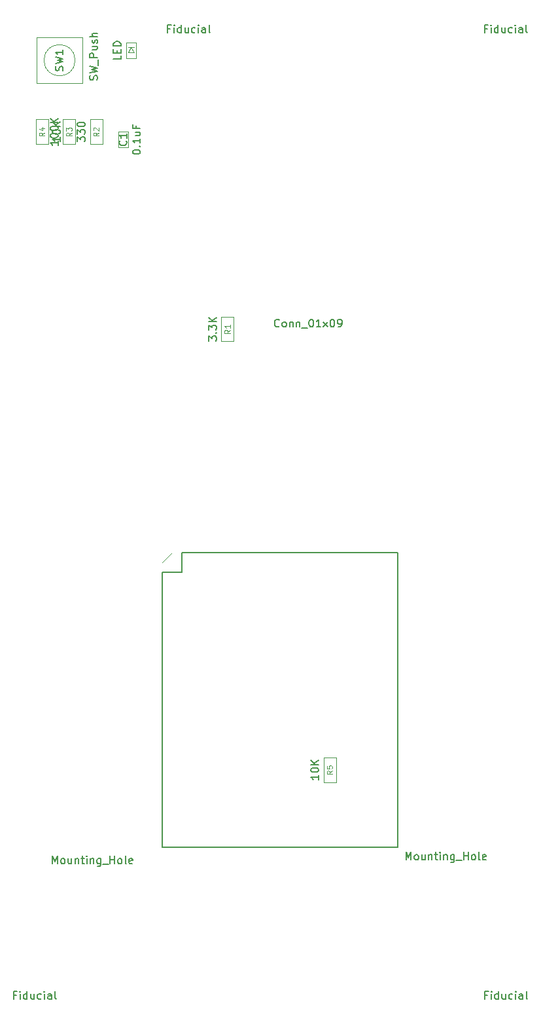
<source format=gbr>
G04 #@! TF.FileFunction,Other,Fab,Top*
%FSLAX46Y46*%
G04 Gerber Fmt 4.6, Leading zero omitted, Abs format (unit mm)*
G04 Created by KiCad (PCBNEW 4.0.7) date Mon Nov 12 23:25:46 2018*
%MOMM*%
%LPD*%
G01*
G04 APERTURE LIST*
%ADD10C,0.100000*%
%ADD11C,0.150000*%
%ADD12C,0.105000*%
G04 APERTURE END LIST*
D10*
X120620000Y-41500000D02*
X119380000Y-41500000D01*
X120620000Y-39500000D02*
X120620000Y-41500000D01*
X119380000Y-39500000D02*
X120620000Y-39500000D01*
X119380000Y-41500000D02*
X119380000Y-39500000D01*
X121400000Y-28600000D02*
X120600000Y-28600000D01*
X121000000Y-28600000D02*
X121400000Y-29200000D01*
X120600000Y-29200000D02*
X121000000Y-28600000D01*
X121400000Y-29200000D02*
X120600000Y-29200000D01*
X120380000Y-28000000D02*
X121620000Y-28000000D01*
X120380000Y-30000000D02*
X120380000Y-28000000D01*
X121620000Y-30000000D02*
X120380000Y-30000000D01*
X121620000Y-28000000D02*
X121620000Y-30000000D01*
X115700000Y-37900000D02*
X117300000Y-37900000D01*
X115700000Y-41100000D02*
X115700000Y-37900000D01*
X117300000Y-41100000D02*
X115700000Y-41100000D01*
X117300000Y-37900000D02*
X117300000Y-41100000D01*
X112200000Y-37900000D02*
X113800000Y-37900000D01*
X112200000Y-41100000D02*
X112200000Y-37900000D01*
X113800000Y-41100000D02*
X112200000Y-41100000D01*
X113800000Y-37900000D02*
X113800000Y-41100000D01*
X110300000Y-41100000D02*
X108700000Y-41100000D01*
X110300000Y-37900000D02*
X110300000Y-41100000D01*
X108700000Y-37900000D02*
X110300000Y-37900000D01*
X108700000Y-41100000D02*
X108700000Y-37900000D01*
X108750000Y-30250000D02*
X108750000Y-27250000D01*
X108750000Y-27250000D02*
X114750000Y-27250000D01*
X114750000Y-27250000D02*
X114750000Y-33250000D01*
X114750000Y-33250000D02*
X108750000Y-33250000D01*
X108750000Y-33250000D02*
X108750000Y-30250000D01*
X113765564Y-30250000D02*
G75*
G03X113765564Y-30250000I-2015564J0D01*
G01*
X132700000Y-63400000D02*
X134300000Y-63400000D01*
X132700000Y-66600000D02*
X132700000Y-63400000D01*
X134300000Y-66600000D02*
X132700000Y-66600000D01*
X134300000Y-63400000D02*
X134300000Y-66600000D01*
D11*
X130090000Y-132045000D02*
X125010000Y-132045000D01*
X125010000Y-132045000D02*
X125010000Y-96485000D01*
X125010000Y-96485000D02*
X127550000Y-96485000D01*
X127550000Y-96485000D02*
X127550000Y-93945000D01*
X127550000Y-93945000D02*
X130090000Y-93945000D01*
X130090000Y-93945000D02*
X155490000Y-93945000D01*
X155490000Y-93945000D02*
X155490000Y-132045000D01*
X155490000Y-132045000D02*
X130090000Y-132045000D01*
D10*
X125010000Y-95215000D02*
X126280000Y-93945000D01*
X145927000Y-120412000D02*
X147527000Y-120412000D01*
X145927000Y-123612000D02*
X145927000Y-120412000D01*
X147527000Y-123612000D02*
X145927000Y-123612000D01*
X147527000Y-120412000D02*
X147527000Y-123612000D01*
D11*
X140190905Y-64653143D02*
X140143286Y-64700762D01*
X140000429Y-64748381D01*
X139905191Y-64748381D01*
X139762333Y-64700762D01*
X139667095Y-64605524D01*
X139619476Y-64510286D01*
X139571857Y-64319810D01*
X139571857Y-64176952D01*
X139619476Y-63986476D01*
X139667095Y-63891238D01*
X139762333Y-63796000D01*
X139905191Y-63748381D01*
X140000429Y-63748381D01*
X140143286Y-63796000D01*
X140190905Y-63843619D01*
X140762333Y-64748381D02*
X140667095Y-64700762D01*
X140619476Y-64653143D01*
X140571857Y-64557905D01*
X140571857Y-64272190D01*
X140619476Y-64176952D01*
X140667095Y-64129333D01*
X140762333Y-64081714D01*
X140905191Y-64081714D01*
X141000429Y-64129333D01*
X141048048Y-64176952D01*
X141095667Y-64272190D01*
X141095667Y-64557905D01*
X141048048Y-64653143D01*
X141000429Y-64700762D01*
X140905191Y-64748381D01*
X140762333Y-64748381D01*
X141524238Y-64081714D02*
X141524238Y-64748381D01*
X141524238Y-64176952D02*
X141571857Y-64129333D01*
X141667095Y-64081714D01*
X141809953Y-64081714D01*
X141905191Y-64129333D01*
X141952810Y-64224571D01*
X141952810Y-64748381D01*
X142429000Y-64081714D02*
X142429000Y-64748381D01*
X142429000Y-64176952D02*
X142476619Y-64129333D01*
X142571857Y-64081714D01*
X142714715Y-64081714D01*
X142809953Y-64129333D01*
X142857572Y-64224571D01*
X142857572Y-64748381D01*
X143095667Y-64843619D02*
X143857572Y-64843619D01*
X144286143Y-63748381D02*
X144381382Y-63748381D01*
X144476620Y-63796000D01*
X144524239Y-63843619D01*
X144571858Y-63938857D01*
X144619477Y-64129333D01*
X144619477Y-64367429D01*
X144571858Y-64557905D01*
X144524239Y-64653143D01*
X144476620Y-64700762D01*
X144381382Y-64748381D01*
X144286143Y-64748381D01*
X144190905Y-64700762D01*
X144143286Y-64653143D01*
X144095667Y-64557905D01*
X144048048Y-64367429D01*
X144048048Y-64129333D01*
X144095667Y-63938857D01*
X144143286Y-63843619D01*
X144190905Y-63796000D01*
X144286143Y-63748381D01*
X145571858Y-64748381D02*
X145000429Y-64748381D01*
X145286143Y-64748381D02*
X145286143Y-63748381D01*
X145190905Y-63891238D01*
X145095667Y-63986476D01*
X145000429Y-64034095D01*
X145905191Y-64748381D02*
X146429001Y-64081714D01*
X145905191Y-64081714D02*
X146429001Y-64748381D01*
X147000429Y-63748381D02*
X147095668Y-63748381D01*
X147190906Y-63796000D01*
X147238525Y-63843619D01*
X147286144Y-63938857D01*
X147333763Y-64129333D01*
X147333763Y-64367429D01*
X147286144Y-64557905D01*
X147238525Y-64653143D01*
X147190906Y-64700762D01*
X147095668Y-64748381D01*
X147000429Y-64748381D01*
X146905191Y-64700762D01*
X146857572Y-64653143D01*
X146809953Y-64557905D01*
X146762334Y-64367429D01*
X146762334Y-64129333D01*
X146809953Y-63938857D01*
X146857572Y-63843619D01*
X146905191Y-63796000D01*
X147000429Y-63748381D01*
X147809953Y-64748381D02*
X148000429Y-64748381D01*
X148095668Y-64700762D01*
X148143287Y-64653143D01*
X148238525Y-64510286D01*
X148286144Y-64319810D01*
X148286144Y-63938857D01*
X148238525Y-63843619D01*
X148190906Y-63796000D01*
X148095668Y-63748381D01*
X147905191Y-63748381D01*
X147809953Y-63796000D01*
X147762334Y-63843619D01*
X147714715Y-63938857D01*
X147714715Y-64176952D01*
X147762334Y-64272190D01*
X147809953Y-64319810D01*
X147905191Y-64367429D01*
X148095668Y-64367429D01*
X148190906Y-64319810D01*
X148238525Y-64272190D01*
X148286144Y-64176952D01*
X156583333Y-133652381D02*
X156583333Y-132652381D01*
X156916667Y-133366667D01*
X157250000Y-132652381D01*
X157250000Y-133652381D01*
X157869047Y-133652381D02*
X157773809Y-133604762D01*
X157726190Y-133557143D01*
X157678571Y-133461905D01*
X157678571Y-133176190D01*
X157726190Y-133080952D01*
X157773809Y-133033333D01*
X157869047Y-132985714D01*
X158011905Y-132985714D01*
X158107143Y-133033333D01*
X158154762Y-133080952D01*
X158202381Y-133176190D01*
X158202381Y-133461905D01*
X158154762Y-133557143D01*
X158107143Y-133604762D01*
X158011905Y-133652381D01*
X157869047Y-133652381D01*
X159059524Y-132985714D02*
X159059524Y-133652381D01*
X158630952Y-132985714D02*
X158630952Y-133509524D01*
X158678571Y-133604762D01*
X158773809Y-133652381D01*
X158916667Y-133652381D01*
X159011905Y-133604762D01*
X159059524Y-133557143D01*
X159535714Y-132985714D02*
X159535714Y-133652381D01*
X159535714Y-133080952D02*
X159583333Y-133033333D01*
X159678571Y-132985714D01*
X159821429Y-132985714D01*
X159916667Y-133033333D01*
X159964286Y-133128571D01*
X159964286Y-133652381D01*
X160297619Y-132985714D02*
X160678571Y-132985714D01*
X160440476Y-132652381D02*
X160440476Y-133509524D01*
X160488095Y-133604762D01*
X160583333Y-133652381D01*
X160678571Y-133652381D01*
X161011905Y-133652381D02*
X161011905Y-132985714D01*
X161011905Y-132652381D02*
X160964286Y-132700000D01*
X161011905Y-132747619D01*
X161059524Y-132700000D01*
X161011905Y-132652381D01*
X161011905Y-132747619D01*
X161488095Y-132985714D02*
X161488095Y-133652381D01*
X161488095Y-133080952D02*
X161535714Y-133033333D01*
X161630952Y-132985714D01*
X161773810Y-132985714D01*
X161869048Y-133033333D01*
X161916667Y-133128571D01*
X161916667Y-133652381D01*
X162821429Y-132985714D02*
X162821429Y-133795238D01*
X162773810Y-133890476D01*
X162726191Y-133938095D01*
X162630952Y-133985714D01*
X162488095Y-133985714D01*
X162392857Y-133938095D01*
X162821429Y-133604762D02*
X162726191Y-133652381D01*
X162535714Y-133652381D01*
X162440476Y-133604762D01*
X162392857Y-133557143D01*
X162345238Y-133461905D01*
X162345238Y-133176190D01*
X162392857Y-133080952D01*
X162440476Y-133033333D01*
X162535714Y-132985714D01*
X162726191Y-132985714D01*
X162821429Y-133033333D01*
X163059524Y-133747619D02*
X163821429Y-133747619D01*
X164059524Y-133652381D02*
X164059524Y-132652381D01*
X164059524Y-133128571D02*
X164630953Y-133128571D01*
X164630953Y-133652381D02*
X164630953Y-132652381D01*
X165250000Y-133652381D02*
X165154762Y-133604762D01*
X165107143Y-133557143D01*
X165059524Y-133461905D01*
X165059524Y-133176190D01*
X165107143Y-133080952D01*
X165154762Y-133033333D01*
X165250000Y-132985714D01*
X165392858Y-132985714D01*
X165488096Y-133033333D01*
X165535715Y-133080952D01*
X165583334Y-133176190D01*
X165583334Y-133461905D01*
X165535715Y-133557143D01*
X165488096Y-133604762D01*
X165392858Y-133652381D01*
X165250000Y-133652381D01*
X166154762Y-133652381D02*
X166059524Y-133604762D01*
X166011905Y-133509524D01*
X166011905Y-132652381D01*
X166916668Y-133604762D02*
X166821430Y-133652381D01*
X166630953Y-133652381D01*
X166535715Y-133604762D01*
X166488096Y-133509524D01*
X166488096Y-133128571D01*
X166535715Y-133033333D01*
X166630953Y-132985714D01*
X166821430Y-132985714D01*
X166916668Y-133033333D01*
X166964287Y-133128571D01*
X166964287Y-133223810D01*
X166488096Y-133319048D01*
X110833333Y-134152381D02*
X110833333Y-133152381D01*
X111166667Y-133866667D01*
X111500000Y-133152381D01*
X111500000Y-134152381D01*
X112119047Y-134152381D02*
X112023809Y-134104762D01*
X111976190Y-134057143D01*
X111928571Y-133961905D01*
X111928571Y-133676190D01*
X111976190Y-133580952D01*
X112023809Y-133533333D01*
X112119047Y-133485714D01*
X112261905Y-133485714D01*
X112357143Y-133533333D01*
X112404762Y-133580952D01*
X112452381Y-133676190D01*
X112452381Y-133961905D01*
X112404762Y-134057143D01*
X112357143Y-134104762D01*
X112261905Y-134152381D01*
X112119047Y-134152381D01*
X113309524Y-133485714D02*
X113309524Y-134152381D01*
X112880952Y-133485714D02*
X112880952Y-134009524D01*
X112928571Y-134104762D01*
X113023809Y-134152381D01*
X113166667Y-134152381D01*
X113261905Y-134104762D01*
X113309524Y-134057143D01*
X113785714Y-133485714D02*
X113785714Y-134152381D01*
X113785714Y-133580952D02*
X113833333Y-133533333D01*
X113928571Y-133485714D01*
X114071429Y-133485714D01*
X114166667Y-133533333D01*
X114214286Y-133628571D01*
X114214286Y-134152381D01*
X114547619Y-133485714D02*
X114928571Y-133485714D01*
X114690476Y-133152381D02*
X114690476Y-134009524D01*
X114738095Y-134104762D01*
X114833333Y-134152381D01*
X114928571Y-134152381D01*
X115261905Y-134152381D02*
X115261905Y-133485714D01*
X115261905Y-133152381D02*
X115214286Y-133200000D01*
X115261905Y-133247619D01*
X115309524Y-133200000D01*
X115261905Y-133152381D01*
X115261905Y-133247619D01*
X115738095Y-133485714D02*
X115738095Y-134152381D01*
X115738095Y-133580952D02*
X115785714Y-133533333D01*
X115880952Y-133485714D01*
X116023810Y-133485714D01*
X116119048Y-133533333D01*
X116166667Y-133628571D01*
X116166667Y-134152381D01*
X117071429Y-133485714D02*
X117071429Y-134295238D01*
X117023810Y-134390476D01*
X116976191Y-134438095D01*
X116880952Y-134485714D01*
X116738095Y-134485714D01*
X116642857Y-134438095D01*
X117071429Y-134104762D02*
X116976191Y-134152381D01*
X116785714Y-134152381D01*
X116690476Y-134104762D01*
X116642857Y-134057143D01*
X116595238Y-133961905D01*
X116595238Y-133676190D01*
X116642857Y-133580952D01*
X116690476Y-133533333D01*
X116785714Y-133485714D01*
X116976191Y-133485714D01*
X117071429Y-133533333D01*
X117309524Y-134247619D02*
X118071429Y-134247619D01*
X118309524Y-134152381D02*
X118309524Y-133152381D01*
X118309524Y-133628571D02*
X118880953Y-133628571D01*
X118880953Y-134152381D02*
X118880953Y-133152381D01*
X119500000Y-134152381D02*
X119404762Y-134104762D01*
X119357143Y-134057143D01*
X119309524Y-133961905D01*
X119309524Y-133676190D01*
X119357143Y-133580952D01*
X119404762Y-133533333D01*
X119500000Y-133485714D01*
X119642858Y-133485714D01*
X119738096Y-133533333D01*
X119785715Y-133580952D01*
X119833334Y-133676190D01*
X119833334Y-133961905D01*
X119785715Y-134057143D01*
X119738096Y-134104762D01*
X119642858Y-134152381D01*
X119500000Y-134152381D01*
X120404762Y-134152381D02*
X120309524Y-134104762D01*
X120261905Y-134009524D01*
X120261905Y-133152381D01*
X121166668Y-134104762D02*
X121071430Y-134152381D01*
X120880953Y-134152381D01*
X120785715Y-134104762D01*
X120738096Y-134009524D01*
X120738096Y-133628571D01*
X120785715Y-133533333D01*
X120880953Y-133485714D01*
X121071430Y-133485714D01*
X121166668Y-133533333D01*
X121214287Y-133628571D01*
X121214287Y-133723810D01*
X120738096Y-133819048D01*
X121202381Y-42142857D02*
X121202381Y-42047618D01*
X121250000Y-41952380D01*
X121297619Y-41904761D01*
X121392857Y-41857142D01*
X121583333Y-41809523D01*
X121821429Y-41809523D01*
X122011905Y-41857142D01*
X122107143Y-41904761D01*
X122154762Y-41952380D01*
X122202381Y-42047618D01*
X122202381Y-42142857D01*
X122154762Y-42238095D01*
X122107143Y-42285714D01*
X122011905Y-42333333D01*
X121821429Y-42380952D01*
X121583333Y-42380952D01*
X121392857Y-42333333D01*
X121297619Y-42285714D01*
X121250000Y-42238095D01*
X121202381Y-42142857D01*
X122107143Y-41380952D02*
X122154762Y-41333333D01*
X122202381Y-41380952D01*
X122154762Y-41428571D01*
X122107143Y-41380952D01*
X122202381Y-41380952D01*
X122202381Y-40380952D02*
X122202381Y-40952381D01*
X122202381Y-40666667D02*
X121202381Y-40666667D01*
X121345238Y-40761905D01*
X121440476Y-40857143D01*
X121488095Y-40952381D01*
X121535714Y-39523809D02*
X122202381Y-39523809D01*
X121535714Y-39952381D02*
X122059524Y-39952381D01*
X122154762Y-39904762D01*
X122202381Y-39809524D01*
X122202381Y-39666666D01*
X122154762Y-39571428D01*
X122107143Y-39523809D01*
X121678571Y-38714285D02*
X121678571Y-39047619D01*
X122202381Y-39047619D02*
X121202381Y-39047619D01*
X121202381Y-38571428D01*
X120357143Y-40666666D02*
X120404762Y-40714285D01*
X120452381Y-40857142D01*
X120452381Y-40952380D01*
X120404762Y-41095238D01*
X120309524Y-41190476D01*
X120214286Y-41238095D01*
X120023810Y-41285714D01*
X119880952Y-41285714D01*
X119690476Y-41238095D01*
X119595238Y-41190476D01*
X119500000Y-41095238D01*
X119452381Y-40952380D01*
X119452381Y-40857142D01*
X119500000Y-40714285D01*
X119547619Y-40666666D01*
X120452381Y-39714285D02*
X120452381Y-40285714D01*
X120452381Y-40000000D02*
X119452381Y-40000000D01*
X119595238Y-40095238D01*
X119690476Y-40190476D01*
X119738095Y-40285714D01*
X119702381Y-29642857D02*
X119702381Y-30119048D01*
X118702381Y-30119048D01*
X119178571Y-29309524D02*
X119178571Y-28976190D01*
X119702381Y-28833333D02*
X119702381Y-29309524D01*
X118702381Y-29309524D01*
X118702381Y-28833333D01*
X119702381Y-28404762D02*
X118702381Y-28404762D01*
X118702381Y-28166667D01*
X118750000Y-28023809D01*
X118845238Y-27928571D01*
X118940476Y-27880952D01*
X119130952Y-27833333D01*
X119273810Y-27833333D01*
X119464286Y-27880952D01*
X119559524Y-27928571D01*
X119654762Y-28023809D01*
X119702381Y-28166667D01*
X119702381Y-28404762D01*
X114052381Y-40785714D02*
X114052381Y-40166666D01*
X114433333Y-40500000D01*
X114433333Y-40357142D01*
X114480952Y-40261904D01*
X114528571Y-40214285D01*
X114623810Y-40166666D01*
X114861905Y-40166666D01*
X114957143Y-40214285D01*
X115004762Y-40261904D01*
X115052381Y-40357142D01*
X115052381Y-40642857D01*
X115004762Y-40738095D01*
X114957143Y-40785714D01*
X114052381Y-39833333D02*
X114052381Y-39214285D01*
X114433333Y-39547619D01*
X114433333Y-39404761D01*
X114480952Y-39309523D01*
X114528571Y-39261904D01*
X114623810Y-39214285D01*
X114861905Y-39214285D01*
X114957143Y-39261904D01*
X115004762Y-39309523D01*
X115052381Y-39404761D01*
X115052381Y-39690476D01*
X115004762Y-39785714D01*
X114957143Y-39833333D01*
X114052381Y-38595238D02*
X114052381Y-38499999D01*
X114100000Y-38404761D01*
X114147619Y-38357142D01*
X114242857Y-38309523D01*
X114433333Y-38261904D01*
X114671429Y-38261904D01*
X114861905Y-38309523D01*
X114957143Y-38357142D01*
X115004762Y-38404761D01*
X115052381Y-38499999D01*
X115052381Y-38595238D01*
X115004762Y-38690476D01*
X114957143Y-38738095D01*
X114861905Y-38785714D01*
X114671429Y-38833333D01*
X114433333Y-38833333D01*
X114242857Y-38785714D01*
X114147619Y-38738095D01*
X114100000Y-38690476D01*
X114052381Y-38595238D01*
D12*
X116816667Y-39616666D02*
X116483333Y-39850000D01*
X116816667Y-40016666D02*
X116116667Y-40016666D01*
X116116667Y-39750000D01*
X116150000Y-39683333D01*
X116183333Y-39650000D01*
X116250000Y-39616666D01*
X116350000Y-39616666D01*
X116416667Y-39650000D01*
X116450000Y-39683333D01*
X116483333Y-39750000D01*
X116483333Y-40016666D01*
X116183333Y-39350000D02*
X116150000Y-39316666D01*
X116116667Y-39250000D01*
X116116667Y-39083333D01*
X116150000Y-39016666D01*
X116183333Y-38983333D01*
X116250000Y-38950000D01*
X116316667Y-38950000D01*
X116416667Y-38983333D01*
X116816667Y-39383333D01*
X116816667Y-38950000D01*
D11*
X111552381Y-40666666D02*
X111552381Y-41238095D01*
X111552381Y-40952381D02*
X110552381Y-40952381D01*
X110695238Y-41047619D01*
X110790476Y-41142857D01*
X110838095Y-41238095D01*
X110552381Y-40047619D02*
X110552381Y-39952380D01*
X110600000Y-39857142D01*
X110647619Y-39809523D01*
X110742857Y-39761904D01*
X110933333Y-39714285D01*
X111171429Y-39714285D01*
X111361905Y-39761904D01*
X111457143Y-39809523D01*
X111504762Y-39857142D01*
X111552381Y-39952380D01*
X111552381Y-40047619D01*
X111504762Y-40142857D01*
X111457143Y-40190476D01*
X111361905Y-40238095D01*
X111171429Y-40285714D01*
X110933333Y-40285714D01*
X110742857Y-40238095D01*
X110647619Y-40190476D01*
X110600000Y-40142857D01*
X110552381Y-40047619D01*
X110552381Y-39095238D02*
X110552381Y-38999999D01*
X110600000Y-38904761D01*
X110647619Y-38857142D01*
X110742857Y-38809523D01*
X110933333Y-38761904D01*
X111171429Y-38761904D01*
X111361905Y-38809523D01*
X111457143Y-38857142D01*
X111504762Y-38904761D01*
X111552381Y-38999999D01*
X111552381Y-39095238D01*
X111504762Y-39190476D01*
X111457143Y-39238095D01*
X111361905Y-39285714D01*
X111171429Y-39333333D01*
X110933333Y-39333333D01*
X110742857Y-39285714D01*
X110647619Y-39238095D01*
X110600000Y-39190476D01*
X110552381Y-39095238D01*
X111552381Y-38333333D02*
X110552381Y-38333333D01*
X111552381Y-37761904D02*
X110980952Y-38190476D01*
X110552381Y-37761904D02*
X111123810Y-38333333D01*
D12*
X113316667Y-39616666D02*
X112983333Y-39850000D01*
X113316667Y-40016666D02*
X112616667Y-40016666D01*
X112616667Y-39750000D01*
X112650000Y-39683333D01*
X112683333Y-39650000D01*
X112750000Y-39616666D01*
X112850000Y-39616666D01*
X112916667Y-39650000D01*
X112950000Y-39683333D01*
X112983333Y-39750000D01*
X112983333Y-40016666D01*
X112616667Y-39383333D02*
X112616667Y-38950000D01*
X112883333Y-39183333D01*
X112883333Y-39083333D01*
X112916667Y-39016666D01*
X112950000Y-38983333D01*
X113016667Y-38950000D01*
X113183333Y-38950000D01*
X113250000Y-38983333D01*
X113283333Y-39016666D01*
X113316667Y-39083333D01*
X113316667Y-39283333D01*
X113283333Y-39350000D01*
X113250000Y-39383333D01*
D11*
X111852381Y-40190476D02*
X111852381Y-40761905D01*
X111852381Y-40476191D02*
X110852381Y-40476191D01*
X110995238Y-40571429D01*
X111090476Y-40666667D01*
X111138095Y-40761905D01*
X110852381Y-39571429D02*
X110852381Y-39476190D01*
X110900000Y-39380952D01*
X110947619Y-39333333D01*
X111042857Y-39285714D01*
X111233333Y-39238095D01*
X111471429Y-39238095D01*
X111661905Y-39285714D01*
X111757143Y-39333333D01*
X111804762Y-39380952D01*
X111852381Y-39476190D01*
X111852381Y-39571429D01*
X111804762Y-39666667D01*
X111757143Y-39714286D01*
X111661905Y-39761905D01*
X111471429Y-39809524D01*
X111233333Y-39809524D01*
X111042857Y-39761905D01*
X110947619Y-39714286D01*
X110900000Y-39666667D01*
X110852381Y-39571429D01*
X111852381Y-38809524D02*
X110852381Y-38809524D01*
X111852381Y-38238095D02*
X111280952Y-38666667D01*
X110852381Y-38238095D02*
X111423810Y-38809524D01*
D12*
X109816667Y-39616666D02*
X109483333Y-39850000D01*
X109816667Y-40016666D02*
X109116667Y-40016666D01*
X109116667Y-39750000D01*
X109150000Y-39683333D01*
X109183333Y-39650000D01*
X109250000Y-39616666D01*
X109350000Y-39616666D01*
X109416667Y-39650000D01*
X109450000Y-39683333D01*
X109483333Y-39750000D01*
X109483333Y-40016666D01*
X109350000Y-39016666D02*
X109816667Y-39016666D01*
X109083333Y-39183333D02*
X109583333Y-39350000D01*
X109583333Y-38916666D01*
D11*
X116604762Y-32797619D02*
X116652381Y-32654762D01*
X116652381Y-32416666D01*
X116604762Y-32321428D01*
X116557143Y-32273809D01*
X116461905Y-32226190D01*
X116366667Y-32226190D01*
X116271429Y-32273809D01*
X116223810Y-32321428D01*
X116176190Y-32416666D01*
X116128571Y-32607143D01*
X116080952Y-32702381D01*
X116033333Y-32750000D01*
X115938095Y-32797619D01*
X115842857Y-32797619D01*
X115747619Y-32750000D01*
X115700000Y-32702381D01*
X115652381Y-32607143D01*
X115652381Y-32369047D01*
X115700000Y-32226190D01*
X115652381Y-31892857D02*
X116652381Y-31654762D01*
X115938095Y-31464285D01*
X116652381Y-31273809D01*
X115652381Y-31035714D01*
X116747619Y-30892857D02*
X116747619Y-30130952D01*
X116652381Y-29892857D02*
X115652381Y-29892857D01*
X115652381Y-29511904D01*
X115700000Y-29416666D01*
X115747619Y-29369047D01*
X115842857Y-29321428D01*
X115985714Y-29321428D01*
X116080952Y-29369047D01*
X116128571Y-29416666D01*
X116176190Y-29511904D01*
X116176190Y-29892857D01*
X115985714Y-28464285D02*
X116652381Y-28464285D01*
X115985714Y-28892857D02*
X116509524Y-28892857D01*
X116604762Y-28845238D01*
X116652381Y-28750000D01*
X116652381Y-28607142D01*
X116604762Y-28511904D01*
X116557143Y-28464285D01*
X116604762Y-28035714D02*
X116652381Y-27940476D01*
X116652381Y-27750000D01*
X116604762Y-27654761D01*
X116509524Y-27607142D01*
X116461905Y-27607142D01*
X116366667Y-27654761D01*
X116319048Y-27750000D01*
X116319048Y-27892857D01*
X116271429Y-27988095D01*
X116176190Y-28035714D01*
X116128571Y-28035714D01*
X116033333Y-27988095D01*
X115985714Y-27892857D01*
X115985714Y-27750000D01*
X116033333Y-27654761D01*
X116652381Y-27178571D02*
X115652381Y-27178571D01*
X116652381Y-26749999D02*
X116128571Y-26749999D01*
X116033333Y-26797618D01*
X115985714Y-26892856D01*
X115985714Y-27035714D01*
X116033333Y-27130952D01*
X116080952Y-27178571D01*
X112154762Y-31583333D02*
X112202381Y-31440476D01*
X112202381Y-31202380D01*
X112154762Y-31107142D01*
X112107143Y-31059523D01*
X112011905Y-31011904D01*
X111916667Y-31011904D01*
X111821429Y-31059523D01*
X111773810Y-31107142D01*
X111726190Y-31202380D01*
X111678571Y-31392857D01*
X111630952Y-31488095D01*
X111583333Y-31535714D01*
X111488095Y-31583333D01*
X111392857Y-31583333D01*
X111297619Y-31535714D01*
X111250000Y-31488095D01*
X111202381Y-31392857D01*
X111202381Y-31154761D01*
X111250000Y-31011904D01*
X111202381Y-30678571D02*
X112202381Y-30440476D01*
X111488095Y-30249999D01*
X112202381Y-30059523D01*
X111202381Y-29821428D01*
X112202381Y-28916666D02*
X112202381Y-29488095D01*
X112202381Y-29202381D02*
X111202381Y-29202381D01*
X111345238Y-29297619D01*
X111440476Y-29392857D01*
X111488095Y-29488095D01*
X131052381Y-66547619D02*
X131052381Y-65928571D01*
X131433333Y-66261905D01*
X131433333Y-66119047D01*
X131480952Y-66023809D01*
X131528571Y-65976190D01*
X131623810Y-65928571D01*
X131861905Y-65928571D01*
X131957143Y-65976190D01*
X132004762Y-66023809D01*
X132052381Y-66119047D01*
X132052381Y-66404762D01*
X132004762Y-66500000D01*
X131957143Y-66547619D01*
X131957143Y-65500000D02*
X132004762Y-65452381D01*
X132052381Y-65500000D01*
X132004762Y-65547619D01*
X131957143Y-65500000D01*
X132052381Y-65500000D01*
X131052381Y-65119048D02*
X131052381Y-64500000D01*
X131433333Y-64833334D01*
X131433333Y-64690476D01*
X131480952Y-64595238D01*
X131528571Y-64547619D01*
X131623810Y-64500000D01*
X131861905Y-64500000D01*
X131957143Y-64547619D01*
X132004762Y-64595238D01*
X132052381Y-64690476D01*
X132052381Y-64976191D01*
X132004762Y-65071429D01*
X131957143Y-65119048D01*
X132052381Y-64071429D02*
X131052381Y-64071429D01*
X132052381Y-63500000D02*
X131480952Y-63928572D01*
X131052381Y-63500000D02*
X131623810Y-64071429D01*
D12*
X133816667Y-65116666D02*
X133483333Y-65350000D01*
X133816667Y-65516666D02*
X133116667Y-65516666D01*
X133116667Y-65250000D01*
X133150000Y-65183333D01*
X133183333Y-65150000D01*
X133250000Y-65116666D01*
X133350000Y-65116666D01*
X133416667Y-65150000D01*
X133450000Y-65183333D01*
X133483333Y-65250000D01*
X133483333Y-65516666D01*
X133816667Y-64450000D02*
X133816667Y-64850000D01*
X133816667Y-64650000D02*
X133116667Y-64650000D01*
X133216667Y-64716666D01*
X133283333Y-64783333D01*
X133316667Y-64850000D01*
D11*
X167119048Y-151128571D02*
X166785714Y-151128571D01*
X166785714Y-151652381D02*
X166785714Y-150652381D01*
X167261905Y-150652381D01*
X167642857Y-151652381D02*
X167642857Y-150985714D01*
X167642857Y-150652381D02*
X167595238Y-150700000D01*
X167642857Y-150747619D01*
X167690476Y-150700000D01*
X167642857Y-150652381D01*
X167642857Y-150747619D01*
X168547619Y-151652381D02*
X168547619Y-150652381D01*
X168547619Y-151604762D02*
X168452381Y-151652381D01*
X168261904Y-151652381D01*
X168166666Y-151604762D01*
X168119047Y-151557143D01*
X168071428Y-151461905D01*
X168071428Y-151176190D01*
X168119047Y-151080952D01*
X168166666Y-151033333D01*
X168261904Y-150985714D01*
X168452381Y-150985714D01*
X168547619Y-151033333D01*
X169452381Y-150985714D02*
X169452381Y-151652381D01*
X169023809Y-150985714D02*
X169023809Y-151509524D01*
X169071428Y-151604762D01*
X169166666Y-151652381D01*
X169309524Y-151652381D01*
X169404762Y-151604762D01*
X169452381Y-151557143D01*
X170357143Y-151604762D02*
X170261905Y-151652381D01*
X170071428Y-151652381D01*
X169976190Y-151604762D01*
X169928571Y-151557143D01*
X169880952Y-151461905D01*
X169880952Y-151176190D01*
X169928571Y-151080952D01*
X169976190Y-151033333D01*
X170071428Y-150985714D01*
X170261905Y-150985714D01*
X170357143Y-151033333D01*
X170785714Y-151652381D02*
X170785714Y-150985714D01*
X170785714Y-150652381D02*
X170738095Y-150700000D01*
X170785714Y-150747619D01*
X170833333Y-150700000D01*
X170785714Y-150652381D01*
X170785714Y-150747619D01*
X171690476Y-151652381D02*
X171690476Y-151128571D01*
X171642857Y-151033333D01*
X171547619Y-150985714D01*
X171357142Y-150985714D01*
X171261904Y-151033333D01*
X171690476Y-151604762D02*
X171595238Y-151652381D01*
X171357142Y-151652381D01*
X171261904Y-151604762D01*
X171214285Y-151509524D01*
X171214285Y-151414286D01*
X171261904Y-151319048D01*
X171357142Y-151271429D01*
X171595238Y-151271429D01*
X171690476Y-151223810D01*
X172309523Y-151652381D02*
X172214285Y-151604762D01*
X172166666Y-151509524D01*
X172166666Y-150652381D01*
X126058048Y-26160571D02*
X125724714Y-26160571D01*
X125724714Y-26684381D02*
X125724714Y-25684381D01*
X126200905Y-25684381D01*
X126581857Y-26684381D02*
X126581857Y-26017714D01*
X126581857Y-25684381D02*
X126534238Y-25732000D01*
X126581857Y-25779619D01*
X126629476Y-25732000D01*
X126581857Y-25684381D01*
X126581857Y-25779619D01*
X127486619Y-26684381D02*
X127486619Y-25684381D01*
X127486619Y-26636762D02*
X127391381Y-26684381D01*
X127200904Y-26684381D01*
X127105666Y-26636762D01*
X127058047Y-26589143D01*
X127010428Y-26493905D01*
X127010428Y-26208190D01*
X127058047Y-26112952D01*
X127105666Y-26065333D01*
X127200904Y-26017714D01*
X127391381Y-26017714D01*
X127486619Y-26065333D01*
X128391381Y-26017714D02*
X128391381Y-26684381D01*
X127962809Y-26017714D02*
X127962809Y-26541524D01*
X128010428Y-26636762D01*
X128105666Y-26684381D01*
X128248524Y-26684381D01*
X128343762Y-26636762D01*
X128391381Y-26589143D01*
X129296143Y-26636762D02*
X129200905Y-26684381D01*
X129010428Y-26684381D01*
X128915190Y-26636762D01*
X128867571Y-26589143D01*
X128819952Y-26493905D01*
X128819952Y-26208190D01*
X128867571Y-26112952D01*
X128915190Y-26065333D01*
X129010428Y-26017714D01*
X129200905Y-26017714D01*
X129296143Y-26065333D01*
X129724714Y-26684381D02*
X129724714Y-26017714D01*
X129724714Y-25684381D02*
X129677095Y-25732000D01*
X129724714Y-25779619D01*
X129772333Y-25732000D01*
X129724714Y-25684381D01*
X129724714Y-25779619D01*
X130629476Y-26684381D02*
X130629476Y-26160571D01*
X130581857Y-26065333D01*
X130486619Y-26017714D01*
X130296142Y-26017714D01*
X130200904Y-26065333D01*
X130629476Y-26636762D02*
X130534238Y-26684381D01*
X130296142Y-26684381D01*
X130200904Y-26636762D01*
X130153285Y-26541524D01*
X130153285Y-26446286D01*
X130200904Y-26351048D01*
X130296142Y-26303429D01*
X130534238Y-26303429D01*
X130629476Y-26255810D01*
X131248523Y-26684381D02*
X131153285Y-26636762D01*
X131105666Y-26541524D01*
X131105666Y-25684381D01*
X106119048Y-151128571D02*
X105785714Y-151128571D01*
X105785714Y-151652381D02*
X105785714Y-150652381D01*
X106261905Y-150652381D01*
X106642857Y-151652381D02*
X106642857Y-150985714D01*
X106642857Y-150652381D02*
X106595238Y-150700000D01*
X106642857Y-150747619D01*
X106690476Y-150700000D01*
X106642857Y-150652381D01*
X106642857Y-150747619D01*
X107547619Y-151652381D02*
X107547619Y-150652381D01*
X107547619Y-151604762D02*
X107452381Y-151652381D01*
X107261904Y-151652381D01*
X107166666Y-151604762D01*
X107119047Y-151557143D01*
X107071428Y-151461905D01*
X107071428Y-151176190D01*
X107119047Y-151080952D01*
X107166666Y-151033333D01*
X107261904Y-150985714D01*
X107452381Y-150985714D01*
X107547619Y-151033333D01*
X108452381Y-150985714D02*
X108452381Y-151652381D01*
X108023809Y-150985714D02*
X108023809Y-151509524D01*
X108071428Y-151604762D01*
X108166666Y-151652381D01*
X108309524Y-151652381D01*
X108404762Y-151604762D01*
X108452381Y-151557143D01*
X109357143Y-151604762D02*
X109261905Y-151652381D01*
X109071428Y-151652381D01*
X108976190Y-151604762D01*
X108928571Y-151557143D01*
X108880952Y-151461905D01*
X108880952Y-151176190D01*
X108928571Y-151080952D01*
X108976190Y-151033333D01*
X109071428Y-150985714D01*
X109261905Y-150985714D01*
X109357143Y-151033333D01*
X109785714Y-151652381D02*
X109785714Y-150985714D01*
X109785714Y-150652381D02*
X109738095Y-150700000D01*
X109785714Y-150747619D01*
X109833333Y-150700000D01*
X109785714Y-150652381D01*
X109785714Y-150747619D01*
X110690476Y-151652381D02*
X110690476Y-151128571D01*
X110642857Y-151033333D01*
X110547619Y-150985714D01*
X110357142Y-150985714D01*
X110261904Y-151033333D01*
X110690476Y-151604762D02*
X110595238Y-151652381D01*
X110357142Y-151652381D01*
X110261904Y-151604762D01*
X110214285Y-151509524D01*
X110214285Y-151414286D01*
X110261904Y-151319048D01*
X110357142Y-151271429D01*
X110595238Y-151271429D01*
X110690476Y-151223810D01*
X111309523Y-151652381D02*
X111214285Y-151604762D01*
X111166666Y-151509524D01*
X111166666Y-150652381D01*
X167079048Y-26160571D02*
X166745714Y-26160571D01*
X166745714Y-26684381D02*
X166745714Y-25684381D01*
X167221905Y-25684381D01*
X167602857Y-26684381D02*
X167602857Y-26017714D01*
X167602857Y-25684381D02*
X167555238Y-25732000D01*
X167602857Y-25779619D01*
X167650476Y-25732000D01*
X167602857Y-25684381D01*
X167602857Y-25779619D01*
X168507619Y-26684381D02*
X168507619Y-25684381D01*
X168507619Y-26636762D02*
X168412381Y-26684381D01*
X168221904Y-26684381D01*
X168126666Y-26636762D01*
X168079047Y-26589143D01*
X168031428Y-26493905D01*
X168031428Y-26208190D01*
X168079047Y-26112952D01*
X168126666Y-26065333D01*
X168221904Y-26017714D01*
X168412381Y-26017714D01*
X168507619Y-26065333D01*
X169412381Y-26017714D02*
X169412381Y-26684381D01*
X168983809Y-26017714D02*
X168983809Y-26541524D01*
X169031428Y-26636762D01*
X169126666Y-26684381D01*
X169269524Y-26684381D01*
X169364762Y-26636762D01*
X169412381Y-26589143D01*
X170317143Y-26636762D02*
X170221905Y-26684381D01*
X170031428Y-26684381D01*
X169936190Y-26636762D01*
X169888571Y-26589143D01*
X169840952Y-26493905D01*
X169840952Y-26208190D01*
X169888571Y-26112952D01*
X169936190Y-26065333D01*
X170031428Y-26017714D01*
X170221905Y-26017714D01*
X170317143Y-26065333D01*
X170745714Y-26684381D02*
X170745714Y-26017714D01*
X170745714Y-25684381D02*
X170698095Y-25732000D01*
X170745714Y-25779619D01*
X170793333Y-25732000D01*
X170745714Y-25684381D01*
X170745714Y-25779619D01*
X171650476Y-26684381D02*
X171650476Y-26160571D01*
X171602857Y-26065333D01*
X171507619Y-26017714D01*
X171317142Y-26017714D01*
X171221904Y-26065333D01*
X171650476Y-26636762D02*
X171555238Y-26684381D01*
X171317142Y-26684381D01*
X171221904Y-26636762D01*
X171174285Y-26541524D01*
X171174285Y-26446286D01*
X171221904Y-26351048D01*
X171317142Y-26303429D01*
X171555238Y-26303429D01*
X171650476Y-26255810D01*
X172269523Y-26684381D02*
X172174285Y-26636762D01*
X172126666Y-26541524D01*
X172126666Y-25684381D01*
X145279381Y-122702476D02*
X145279381Y-123273905D01*
X145279381Y-122988191D02*
X144279381Y-122988191D01*
X144422238Y-123083429D01*
X144517476Y-123178667D01*
X144565095Y-123273905D01*
X144279381Y-122083429D02*
X144279381Y-121988190D01*
X144327000Y-121892952D01*
X144374619Y-121845333D01*
X144469857Y-121797714D01*
X144660333Y-121750095D01*
X144898429Y-121750095D01*
X145088905Y-121797714D01*
X145184143Y-121845333D01*
X145231762Y-121892952D01*
X145279381Y-121988190D01*
X145279381Y-122083429D01*
X145231762Y-122178667D01*
X145184143Y-122226286D01*
X145088905Y-122273905D01*
X144898429Y-122321524D01*
X144660333Y-122321524D01*
X144469857Y-122273905D01*
X144374619Y-122226286D01*
X144327000Y-122178667D01*
X144279381Y-122083429D01*
X145279381Y-121321524D02*
X144279381Y-121321524D01*
X145279381Y-120750095D02*
X144707952Y-121178667D01*
X144279381Y-120750095D02*
X144850810Y-121321524D01*
D12*
X147043667Y-122128666D02*
X146710333Y-122362000D01*
X147043667Y-122528666D02*
X146343667Y-122528666D01*
X146343667Y-122262000D01*
X146377000Y-122195333D01*
X146410333Y-122162000D01*
X146477000Y-122128666D01*
X146577000Y-122128666D01*
X146643667Y-122162000D01*
X146677000Y-122195333D01*
X146710333Y-122262000D01*
X146710333Y-122528666D01*
X146343667Y-121495333D02*
X146343667Y-121828666D01*
X146677000Y-121862000D01*
X146643667Y-121828666D01*
X146610333Y-121762000D01*
X146610333Y-121595333D01*
X146643667Y-121528666D01*
X146677000Y-121495333D01*
X146743667Y-121462000D01*
X146910333Y-121462000D01*
X146977000Y-121495333D01*
X147010333Y-121528666D01*
X147043667Y-121595333D01*
X147043667Y-121762000D01*
X147010333Y-121828666D01*
X146977000Y-121862000D01*
M02*

</source>
